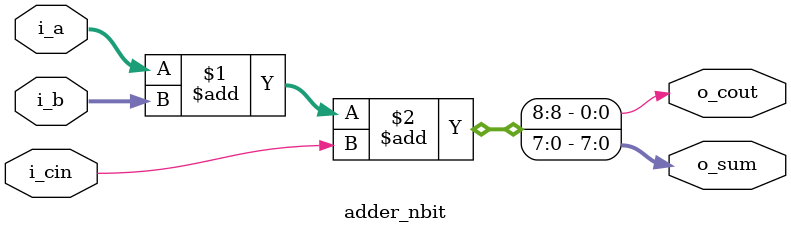
<source format=v>
module adder_nbit #
(
	parameter N = 8 // default width
)
(
	input 	[N-1:0] 	i_a,
	input 	[N-1:0] 	i_b,
	input 				i_cin,
	output	[N-1:0]	o_sum,
	output 				o_cout
);

	assign {o_cout, o_sum} = i_a + i_b + i_cin;

endmodule

</source>
